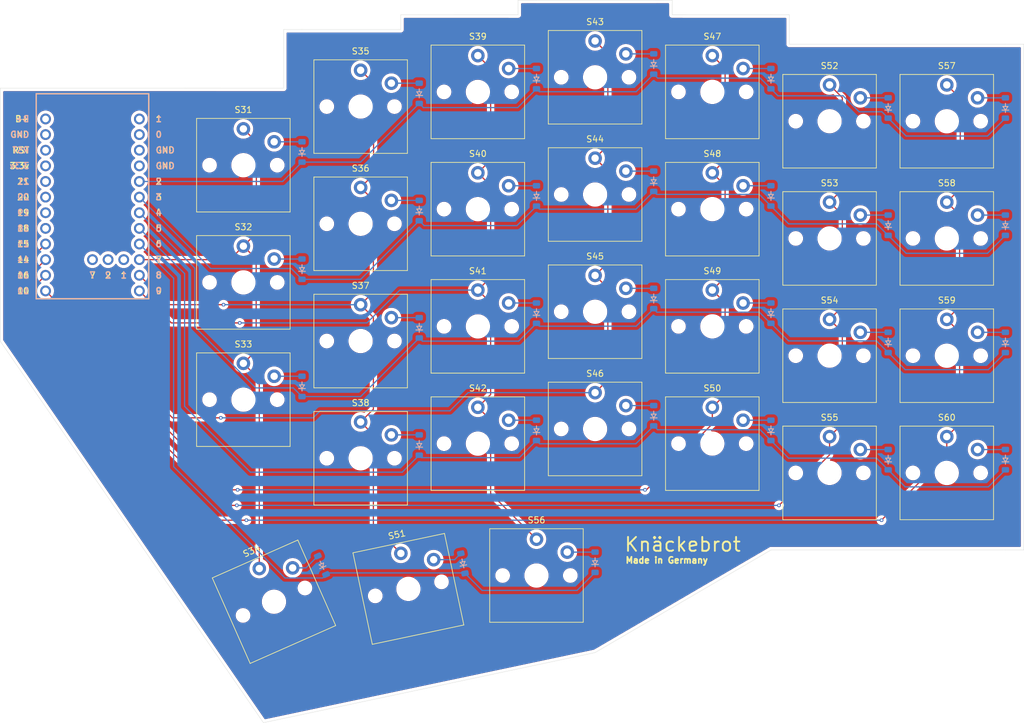
<source format=kicad_pcb>
(kicad_pcb (version 20241229) (generator "pcbnew") (generator_version "9.0")
  (layers (0 "F.Cu" signal) (2 "B.Cu" signal) (13 "F.Paste" user) (15 "B.Paste" user) (5 "F.SilkS" user "F.Silkscreen") (7 "B.SilkS" user "B.Silkscreen") (1 "F.Mask" user) (3 "B.Mask" user) (25 "Edge.Cuts" user))
  (net 0 "")
  (net 1 "column 10")
  (net 2 "column 11")
  (net 3 "column 12")
  (net 4 "column 13")
  (net 5 "column 8")
  (net 6 "column 9")
  (net 7 "row 6")
  (net 8 "row 7")
  (net 9 "row 8")
  (net 10 "row 9")
  (net 11 "column 7")
  (net 12 "Net-(D44-A)")
  (net 13 "Net-(D46-A)")
  (net 14 "Net-(D45-A)")
  (net 15 "Net-(D43-A)")
  (net 16 "Net-(D42-A)")
  (net 17 "Net-(D41-A)")
  (net 18 "Net-(D40-A)")
  (net 19 "Net-(D39-A)")
  (net 20 "Net-(D38-A)")
  (net 21 "Net-(D37-A)")
  (net 22 "Net-(D36-A)")
  (net 23 "Net-(D35-A)")
  (net 24 "Net-(D34-A)")
  (net 25 "Net-(D33-A)")
  (net 26 "Net-(D32-A)")
  (net 27 "Net-(D31-A)")
  (net 28 "row 5")
  (net 29 "Net-(D56-A)")
  (net 30 "Net-(D60-A)")
  (net 31 "Net-(D59-A)")
  (net 32 "Net-(D58-A)")
  (net 33 "Net-(D57-A)")
  (net 34 "Net-(D55-A)")
  (net 35 "Net-(D53-A)")
  (net 36 "Net-(D54-A)")
  (net 37 "Net-(D52-A)")
  (net 38 "Net-(D51-A)")
  (net 39 "Net-(D50-A)")
  (net 40 "Net-(D49-A)")
  (net 41 "Net-(D48-A)")
  (net 42 "Net-(D47-A)")
  (net 58 "GND")
  (footprint "ScottoKeebs_Choc:Choc_V1" (layer "F.Cu") (at 169.625 67.075)
    (property "Reference" "S48")
    (property "Value" "Keyswitch")
  )
  (footprint "ScottoKeebs_Choc:Choc_V1" (layer "F.Cu") (at 169.625 48.025)
    (property "Reference" "S47")
    (property "Value" "Keyswitch")
  )
  (footprint "ScottoKeebs_Choc:Choc_V1" (layer "F.Cu") (at 93.425 59.931)
    (property "Reference" "S31")
    (property "Value" "Keyswitch")
  )
  (footprint "ScottoKeebs_Choc:Choc_V1" (layer "F.Cu") (at 112.475 88.506)
    (property "Reference" "S37")
    (property "Value" "Keyswitch")
  )
  (footprint "ScottoKeebs_Choc:Choc_V1" (layer "F.Cu") (at 188.675 52.788)
    (property "Reference" "S52")
    (property "Value" "Keyswitch")
  )
  (footprint "ScottoKeebs_Choc:Choc_V1" (layer "F.Cu") (at 169.625 105.175)
    (property "Reference" "S50")
    (property "Value" "Keyswitch")
  )
  (footprint "ScottoKeebs_Choc:Choc_V1" (layer "F.Cu") (at 131.525 105.175)
    (property "Reference" "S42")
    (property "Value" "Keyswitch")
  )
  (footprint "ScottoKeebs_Choc:Choc_V1" (layer "F.Cu") (at 150.575 45.644)
    (property "Reference" "S43")
    (property "Value" "Keyswitch")
  )
  (footprint "ScottoKeebs_Choc:Choc_V1" (layer "F.Cu") (at 112.475 107.556)
    (property "Reference" "S38")
    (property "Value" "Keyswitch")
  )
  (footprint "ScottoKeebs_Choc:Choc_V1" (layer "F.Cu") (at 207.725 90.888)
    (property "Reference" "S59")
    (property "Value" "Keyswitch")
  )
  (footprint "ScottoKeebs_Choc:Choc_V1" (layer "F.Cu") (at 131.525 86.125)
    (property "Reference" "S41")
    (property "Value" "Keyswitch")
  )
  (footprint "ScottoKeebs_Choc:Choc_V1" (layer "F.Cu") (at 150.575 102.794)
    (property "Reference" "S46")
    (property "Value" "Keyswitch")
  )
  (footprint "ScottoKeebs_Choc:Choc_V1" (layer "F.Cu") (at 169.625 86.125)
    (property "Reference" "S49")
    (property "Value" "Keyswitch")
  )
  (footprint "ScottoKeebs_Choc:Choc_V1" (layer "F.Cu") (at 131.525 67.075)
    (property "Reference" "S40")
    (property "Value" "Keyswitch")
  )
  (footprint "ScottoKeebs_Choc:Choc_V1" (layer "F.Cu") (at 93.425 98.031)
    (property "Reference" "S33")
    (property "Value" "Keyswitch")
  )
  (footprint "ScottoKeebs_Choc:Choc_V1" (layer "F.Cu") (at 150.575 64.694)
    (property "Reference" "S44")
    (property "Value" "Keyswitch")
  )
  (footprint "ScottoKeebs_Choc:Choc_V1" (layer "F.Cu") (at 150.575 83.744)
    (property "Reference" "S45")
    (property "Value" "Keyswitch")
  )
  (footprint "ScottoKeebs_Choc:Choc_V1" (layer "F.Cu") (at 98.395787 130.869435 23.879)
    (property "Reference" "S34")
    (property "Value" "Keyswitch")
  )
  (footprint "ScottoKeebs_Choc:Choc_V1" (layer "F.Cu") (at 207.725 52.788)
    (property "Reference" "S57")
    (property "Value" "Keyswitch")
  )
  (footprint "ScottoKeebs_Choc:Choc_V1" (layer "F.Cu") (at 112.475 50.406)
    (property "Reference" "S35")
    (property "Value" "Keyswitch")
  )
  (footprint "ScottoKeebs_Choc:Choc_V1" (layer "F.Cu") (at 188.675 109.938)
    (property "Reference" "S55")
    (property "Value" "Keyswitch")
  )
  (footprint "ScottoKeebs_Choc:Choc_V1" (layer "F.Cu") (at 120.236 128.782 11.94)
    (property "Reference" "S51")
    (property "Value" "Keyswitch")
  )
  (footprint "ScottoKeebs_Choc:Choc_V1" (layer "F.Cu") (at 207.725 71.838)
    (property "Reference" "S58")
    (property "Value" "Keyswitch")
  )
  (footprint "ScottoKeebs_Choc:Choc_V1" (layer "F.Cu") (at 141.05 126.606)
    (property "Reference" "S56")
    (property "Value" "Keyswitch")
  )
  (footprint "ScottoKeebs_Choc:Choc_V1" (layer "F.Cu") (at 93.425 78.981)
    (property "Reference" "S32")
    (property "Value" "Keyswitch")
  )
  (footprint "ScottoKeebs_Choc:Choc_V1" (layer "F.Cu") (at 131.525 48.025)
    (property "Reference" "S39")
    (property "Value" "Keyswitch")
  )
  (footprint "ScottoKeebs_Choc:Choc_V1" (layer "F.Cu") (at 207.725 109.938)
    (property "Reference" "S60")
    (property "Value" "Keyswitch")
  )
  (footprint "ScottoKeebs_Choc:Choc_V1" (layer "F.Cu") (at 112.475 69.456)
    (property "Reference" "S36")
    (property "Value" "Keyswitch")
  )
  (footprint "ScottoKeebs_Choc:Choc_V1" (layer "F.Cu") (at 188.675 90.888)
    (property "Reference" "S54")
    (property "Value" "Keyswitch")
  )
  (footprint "ScottoKeebs_Choc:Choc_V1" (layer "F.Cu") (at 188.675 71.838)
    (property "Reference" "S53")
    (property "Value" "Keyswitch")
  )
  (footprint "ScottoKeebs_Components:Diode_SOD-123" (layer "B.Cu") (at 102.95 57.781 90)
    (property "Reference" "D31" (hide yes))
    (property "Value" "Diode")
  )
  (footprint "ScottoKeebs_Components:Diode_SOD-123" (layer "B.Cu") (at 179.151 45.874 90)
    (property "Reference" "D47" (hide yes))
    (property "Value" "Diode")
  )
  (footprint "ScottoKeebs_Components:Diode_SOD-123" (layer "B.Cu") (at 198.199 88.736 90)
    (property "Reference" "D54" (hide yes))
    (property "Value" "Diode")
  )
  (footprint "ScottoKeebs_Components:Diode_SOD-123" (layer "B.Cu") (at 217.247 69.685 90)
    (property "Reference" "D58" (hide yes))
    (property "Value" "Diode")
  )
  (footprint "ScottoKeebs_Components:Diode_SOD-123" (layer "B.Cu") (at 160.1 62.543 90)
    (property "Reference" "D44" (hide yes))
    (property "Value" "Diode")
  )
  (footprint "ScottoKeebs_Components:Diode_SOD-123" (layer "B.Cu") (at 122.001 67.307 90)
    (property "Reference" "D36" (hide yes))
    (property "Value" "Diode")
  )
  (footprint "ScottoKeebs_Components:Diode_SOD-123" (layer "B.Cu") (at 102.951 76.829 90)
    (property "Reference" "D32" (hide yes))
    (property "Value" "Diode")
  )
  (footprint "ScottoKeebs_Components:Diode_SOD-123" (layer "B.Cu") (at 217.251 107.785 90)
    (property "Reference" "D60" (hide yes))
    (property "Value" "Diode")
  )
  (footprint "ScottoKeebs_Components:Diode_SOD-123" (layer "B.Cu") (at 179.148 64.923 90)
    (property "Reference" "D48" (hide yes))
    (property "Value" "Diode")
  )
  (footprint "ScottoKeebs_Components:Diode_SOD-123" (layer "B.Cu") (at 198.201 107.788 90)
    (property "Reference" "D55" (hide yes))
    (property "Value" "Diode")
  )
  (footprint "ScottoKeebs_Components:Diode_SOD-123" (layer "B.Cu") (at 122 48.254 90)
    (property "Reference" "D35" (hide yes))
    (property "Value" "Diode")
  )
  (footprint "ScottoKeebs_Components:Diode_SOD-123" (layer "B.Cu") (at 160.1 100.641 90)
    (property "Reference" "D46" (hide yes))
    (property "Value" "Diode")
  )
  (footprint "ScottoKeebs_Components:Diode_SOD-123" (layer "B.Cu") (at 150.575 124.455 90)
    (property "Reference" "D56" (hide yes))
    (property "Value" "Diode")
  )
  (footprint "ScottoKeebs_Components:Diode_SOD-123" (layer "B.Cu") (at 141.05 45.874 90)
    (property "Reference" "D39" (hide yes))
    (property "Value" "Diode")
  )
  (footprint "ScottoKeebs_Components:Diode_SOD-123" (layer "B.Cu") (at 141.05 83.974 90)
    (property "Reference" "D41" (hide yes))
    (property "Value" "Diode")
  )
  (footprint "ScottoKeebs_Components:Diode_SOD-123" (layer "B.Cu") (at 198.2 69.687 90)
    (property "Reference" "D53" (hide yes))
    (property "Value" "Diode")
  )
  (footprint "ScottoKeebs_Components:Diode_SOD-123" (layer "B.Cu") (at 160.1 81.593 90)
    (property "Reference" "D45" (hide yes))
    (property "Value" "Diode")
  )
  (footprint "ScottoKeebs_Components:Diode_SOD-123" (layer "B.Cu") (at 106.19 124.947 113.88)
    (property "Reference" "D34" (hide yes))
    (property "Value" "Diode")
  )
  (footprint "ScottoKeebs_Components:Diode_SOD-123" (layer "B.Cu") (at 141.05 103.022 90)
    (property "Reference" "D42" (hide yes))
    (property "Value" "Diode")
  )
  (footprint "ScottoKeebs_Components:Diode_SOD-123" (layer "B.Cu") (at 160.1 43.488 90)
    (property "Reference" "D43" (hide yes))
    (property "Value" "Diode")
  )
  (footprint "ScottoKeebs_Components:Diode_SOD-123" (layer "B.Cu") (at 122.001 86.358 90)
    (property "Reference" "D37" (hide yes))
    (property "Value" "Diode")
  )
  (footprint "ScottoKeebs_Components:Diode_SOD-123" (layer "B.Cu") (at 217.25 88.735 90)
    (property "Reference" "D59" (hide yes))
    (property "Value" "Diode")
  )
  (footprint "ScottoKeebs_Components:Diode_SOD-123" (layer "B.Cu") (at 129.096 124.639 101.94)
    (property "Reference" "D51" (hide yes))
    (property "Value" "Diode")
  )
  (footprint "ScottoKeebs_Components:Diode_SOD-123" (layer "B.Cu") (at 122 105.405 90)
    (property "Reference" "D38" (hide yes))
    (property "Value" "Diode")
  )
  (footprint "ScottoKeebs_Components:Diode_SOD-123" (layer "B.Cu") (at 179.15 83.974 90)
    (property "Reference" "D49" (hide yes))
    (property "Value" "Diode")
  )
  (footprint "ScottoKeebs_MCU:Nice_Nano_V2" (layer "B.Cu") (at 68.9 66.111 180)
    (property "Reference" "U2" (hide yes))
    (property "Value" "Nice_Nano_V2" (hide yes))
  )
  (footprint "ScottoKeebs_Components:Diode_SOD-123" (layer "B.Cu") (at 141.05 64.925 90)
    (property "Reference" "D40" (hide yes))
    (property "Value" "Diode")
  )
  (footprint "ScottoKeebs_Components:Diode_SOD-123" (layer "B.Cu") (at 198.2 50.636 90)
    (property "Reference" "D52" (hide yes))
    (property "Value" "Diode")
  )
  (footprint "ScottoKeebs_Components:Diode_SOD-123" (layer "B.Cu") (at 217.25 50.637 90)
    (property "Reference" "D57" (hide yes))
    (property "Value" "Diode")
  )
  (footprint "ScottoKeebs_Components:Diode_SOD-123" (layer "B.Cu") (at 179.15 103.024 90)
    (property "Reference" "D50" (hide yes))
    (property "Value" "Diode")
  )
  (footprint "ScottoKeebs_Components:Diode_SOD-123" (layer "B.Cu") (at 102.95 95.88 90)
    (property "Reference" "D33" (hide yes))
    (property "Value" "Diode")
  )
  (gr_line (start 99.95 47.409) (end 99.951 40.88) (stroke (width 0.05)) (layer "Edge.Cuts"))
  (gr_line (start 83.9 47.405) (end 99.95 47.409) (stroke (width 0.05)) (layer "Edge.Cuts"))
  (gr_line (start 217.251 122.461) (end 179.15 122.461) (stroke (width 0.05)) (layer "Edge.Cuts"))
  (gr_line (start 118.999 35.499) (end 122 35.499) (stroke (width 0.05)) (layer "Edge.Cuts"))
  (gr_line (start 217.211 40.262) (end 182.15 40.262) (stroke (width 0.05)) (layer "Edge.Cuts"))
  (gr_line (start 160.101 33.118) (end 163.101 33.115) (stroke (width 0.05)) (layer "Edge.Cuts"))
  (gr_line (start 118.999 37.883) (end 118.999 35.499) (stroke (width 0.05)) (layer "Edge.Cuts"))
  (gr_line (start 102.95 37.88) (end 118.999 37.883) (stroke (width 0.05)) (layer "Edge.Cuts"))
  (gr_line (start 53.9 88.506) (end 96.68 150.524) (stroke (width 0.05)) (layer "Edge.Cuts"))
  (gr_line (start 220.25 43.263) (end 220.25 40.262) (stroke (width 0.05)) (layer "Edge.Cuts"))
  (gr_line (start 138.053 33.118) (end 141.05 33.117) (stroke (width 0.05)) (layer "Edge.Cuts"))
  (gr_line (start 220.251 119.461) (end 220.251 122.461) (stroke (width 0.05)) (layer "Edge.Cuts"))
  (gr_line (start 220.251 122.461) (end 217.251 122.461) (stroke (width 0.05)) (layer "Edge.Cuts"))
  (gr_line (start 99.95 37.879) (end 102.95 37.88) (stroke (width 0.05)) (layer "Edge.Cuts"))
  (gr_line (start 163.101 35.495) (end 163.101 33.115) (stroke (width 0.05)) (layer "Edge.Cuts"))
  (gr_line (start 122 35.499) (end 138.051 35.501) (stroke (width 0.05)) (layer "Edge.Cuts"))
  (gr_line (start 220.25 43.263) (end 220.251 119.461) (stroke (width 0.05)) (layer "Edge.Cuts"))
  (gr_line (start 179.15 122.461) (end 150.575 139.13) (stroke (width 0.05)) (layer "Edge.Cuts"))
  (gr_line (start 53.9 88.506) (end 53.9 47.405) (stroke (width 0.05)) (layer "Edge.Cuts"))
  (gr_line (start 179.151 35.499) (end 182.15 35.499747) (stroke (width 0.05)) (layer "Edge.Cuts"))
  (gr_line (start 138.051 35.501) (end 138.053 33.118) (stroke (width 0.05)) (layer "Edge.Cuts"))
  (gr_line (start 150.575 139.13) (end 96.68 150.524) (stroke (width 0.05)) (layer "Edge.Cuts"))
  (gr_line (start 182.15 40.262) (end 182.15 35.499747) (stroke (width 0.05)) (layer "Edge.Cuts"))
  (gr_line (start 53.9 47.405) (end 83.9 47.404) (stroke (width 0.05)) (layer "Edge.Cuts"))
  (gr_line (start 99.951 40.88) (end 99.951 37.879) (stroke (width 0.05)) (layer "Edge.Cuts"))
  (gr_line (start 160.101 33.118) (end 141.05 33.121) (stroke (width 0.05)) (layer "Edge.Cuts"))
  (gr_line (start 220.25 40.262) (end 217.211 40.262) (stroke (width 0.05)) (layer "Edge.Cuts"))
  (gr_line (start 179.151 35.499) (end 163.101 35.495) (stroke (width 0.05)) (layer "Edge.Cuts"))
  (gr_text "Knäckebrot" (at 155.19 122.89 0) (layer "F.SilkS") (effects (font (size 2.262 2.262) (thickness 0.3) (bold yes)) (justify left bottom)))
  (gr_text "Made in Germany" (at 155.4 124.72 0) (layer "F.SilkS") (effects (font (size 1.016 1.016) (thickness 0.254) (bold yes)) (justify left bottom)))
  (segment (start 152.651 79.92) (end 150.575 77.844) (width 0.2) (layer "F.Cu") (net 1))
  (segment (start 81.9 100.981) (end 61.28 80.361) (width 0.2) (layer "F.Cu") (net 1))
  (segment (start 150.575 39.744) (end 152.651 41.82) (width 0.2) (layer "F.Cu") (net 1))
  (segment (start 150.575 96.894) (end 152.651 94.818) (width 0.2) (layer "F.Cu") (net 1))
  (segment (start 152.651 56.718) (end 150.575 58.794) (width 0.2) (layer "F.Cu") (net 1))
  (segment (start 152.651 41.82) (end 152.651 56.718) (width 0.2) (layer "F.Cu") (net 1))
  (segment (start 152.651 75.768) (end 150.575 77.844) (width 0.2) (layer "F.Cu") (net 1))
  (segment (start 152.651 60.87) (end 152.651 75.768) (width 0.2) (layer "F.Cu") (net 1))
  (segment (start 152.651 94.818) (end 152.651 79.92) (width 0.2) (layer "F.Cu") (net 1))
  (segment (start 150.575 58.794) (end 152.651 60.87) (width 0.2) (layer "F.Cu") (net 1))
  (segment (start 89.756 100.981) (end 81.9 100.981) (width 0.2) (layer "F.Cu") (net 1))
  (via (at 89.756 100.981) (size 0.6) (drill 0.3) (layers "F.Cu" "B.Cu") (net 1))
  (segment (start 129.934 96.894) (end 150.575 96.894) (width 0.2) (layer "B.Cu") (net 1))
  (segment (start 104.764 100.981) (end 105.897 99.848) (width 0.2) (layer "B.Cu") (net 1))
  (segment (start 105.897 99.848) (end 126.98 99.848) (width 0.2) (layer "B.Cu") (net 1))
  (segment (start 89.756 100.981) (end 104.764 100.981) (width 0.2) (layer "B.Cu") (net 1))
  (segment (start 126.98 99.848) (end 129.934 96.894) (width 0.2) (layer "B.Cu") (net 1))
  (segment (start 169.625 101.976) (end 169.625 99.275) (width 0.2) (layer "F.Cu") (net 2))
  (segment (start 59.187 79.914) (end 59.187 81.013) (width 0.2) (layer "F.Cu") (net 2))
  (segment (start 171.701 59.099) (end 169.625 61.175) (width 0.2) (layer "F.Cu") (net 2))
  (segment (start 171.701 97.199) (end 169.625 99.275) (width 0.2) (layer "F.Cu") (net 2))
  (segment (start 158.921 112.68) (end 169.625 101.976) (width 0.2) (layer "F.Cu") (net 2))
  (segment (start 59.187 81.013) (end 90.854 112.68) (width 0.2) (layer "F.Cu") (net 2))
  (segment (start 169.625 42.125) (end 171.701 44.201) (width 0.2) (layer "F.Cu") (net 2))
  (segment (start 169.625 80.225) (end 171.701 82.301) (width 0.2) (layer "F.Cu") (net 2))
  (segment (start 61.28 77.821) (end 59.187 79.914) (width 0.2) (layer "F.Cu") (net 2))
  (segment (start 171.701 63.251) (end 171.701 78.149) (width 0.2) (layer "F.Cu") (net 2))
  (segment (start 171.701 78.149) (end 169.625 80.225) (width 0.2) (layer "F.Cu") (net 2))
  (segment (start 169.625 61.175) (end 171.701 63.251) (width 0.2) (layer "F.Cu") (net 2))
  (segment (start 171.701 44.201) (end 171.701 59.099) (width 0.2) (layer "F.Cu") (net 2))
  (segment (start 158.689 112.68) (end 158.921 112.68) (width 0.2) (layer "F.Cu") (net 2))
  (segment (start 90.854 112.68) (end 92.488 112.68) (width 0.2) (layer "F.Cu") (net 2))
  (segment (start 171.701 82.301) (end 171.701 97.199) (width 0.2) (layer "F.Cu") (net 2))
  (via (at 92.488 112.68) (size 0.6) (drill 0.3) (layers "F.Cu" "B.Cu") (net 2))
  (via (at 158.689 112.68) (size 0.6) (drill 0.3) (layers "F.Cu" "B.Cu") (net 2))
  (segment (start 158.689 112.68) (end 92.488 112.68) (width 0.2) (layer "B.Cu") (net 2))
  (segment (start 190.751 63.862) (end 188.675 65.938) (width 0.2) (layer "F.Cu") (net 3))
  (segment (start 190.751 82.912) (end 188.675 84.988) (width 0.2) (layer "F.Cu") (net 3))
  (segment (start 57.926 78.635) (end 57.926 82.702) (width 0.2) (layer "F.Cu") (net 3))
  (segment (start 188.675 46.888) (end 190.751 48.964) (width 0.2) (layer "F.Cu") (net 3))
  (segment (start 190.751 87.064) (end 190.751 101.962) (width 0.2) (layer "F.Cu") (net 3))
  (segment (start 190.751 48.964) (end 190.751 63.862) (width 0.2) (layer "F.Cu") (net 3))
  (segment (start 188.675 84.988) (end 190.751 87.064) (width 0.2) (layer "F.Cu") (net 3))
  (segment (start 57.926 82.702) (end 90.435 115.211) (width 0.2) (layer "F.Cu") (net 3))
  (segment (start 61.28 75.281) (end 57.926 78.635) (width 0.2) (layer "F.Cu") (net 3))
  (segment (start 180.453 115.211) (end 180.462 115.211) (width 0.2) (layer "F.Cu") (net 3))
  (segment (start 188.675 106.998) (end 188.675 104.038) (width 0.2) (layer "F.Cu") (net 3))
  (segment (start 180.462 115.211) (end 188.675 106.998) (width 0.2) (layer "F.Cu") (net 3))
  (segment (start 190.751 101.962) (end 188.675 104.038) (width 0.2) (layer "F.Cu") (net 3))
  (segment (start 188.675 65.938) (end 190.751 68.014) (width 0.2) (layer "F.Cu") (net 3))
  (segment (start 90.435 115.211) (end 92.355 115.211) (width 0.2) (layer "F.Cu") (net 3))
  (segment (start 190.751 68.014) (end 190.751 82.912) (width 0.2) (layer "F.Cu") (net 3))
  (via (at 180.453 115.211) (size 0.6) (drill 0.3) (layers "F.Cu" "B.Cu") (net 3))
  (via (at 92.355 115.211) (size 0.6) (drill 0.3) (layers "F.Cu" "B.Cu") (net 3))
  (segment (start 180.453 115.211) (end 92.355 115.211) (width 0.2) (layer "B.Cu") (net 3))
  (segment (start 209.801 101.962) (end 207.725 104.038) (width 0.2) (layer "F.Cu") (net 4))
  (segment (start 209.801 82.912) (end 207.725 84.988) (width 0.2) (layer "F.Cu") (net 4))
  (segment (start 55.7 85.502) (end 87.818 117.62) (width 0.2) (layer "F.Cu") (net 4))
  (segment (start 55.7 78.321) (end 55.7 85.502) (width 0.2) (layer "F.Cu") (net 4))
  (segment (start 197.123 117.604093) (end 207.725 107.002093) (width 0.2) (layer "F.Cu") (net 4))
  (segment (start 209.801 87.064) (end 209.801 101.962) (width 0.2) (layer "F.Cu") (net 4))
  (segment (start 197.123 117.62) (end 197.123 117.604093) (width 0.2) (layer "F.Cu") (net 4))
  (segment (start 207.725 107.002093) (end 207.725 104.038) (width 0.2) (layer "F.Cu") (net 4))
  (segment (start 207.725 46.888) (end 209.914 49.077) (width 0.2) (layer "F.Cu") (net 4))
  (segment (start 209.914 49.077) (end 209.914 63.749) (width 0.2) (layer "F.Cu") (net 4))
  (segment (start 209.801 68.014) (end 209.801 82.912) (width 0.2) (layer "F.Cu") (net 4))
  (segment (start 87.818 117.62) (end 93.913 117.62) (width 0.2) (layer "F.Cu") (net 4))
  (segment (start 207.725 65.938) (end 209.801 68.014) (width 0.2) (layer "F.Cu") (net 4))
  (segment (start 61.28 72.741) (end 55.7 78.321) (width 0.2) (layer "F.Cu") (net 4))
  (segment (start 207.725 84.988) (end 209.801 87.064) (width 0.2) (layer "F.Cu") (net 4))
  (segment (start 209.914 63.749) (end 207.725 65.938) (width 0.2) (layer "F.Cu") (net 4))
  (via (at 197.123 117.62) (size 0.6) (drill 0.3) (layers "F.Cu" "B.Cu") (net 4))
  (via (at 93.913 117.62) (size 0.6) (drill 0.3) (layers "F.Cu" "B.Cu") (net 4))
  (segment (start 197.123 117.62) (end 93.913 117.62) (width 0.2) (layer "B.Cu") (net 4))
  (segment (start 114.551 65.632) (end 114.551 80.53) (width 0.2) (layer "F.Cu") (net 5))
  (segment (start 114.551 103.732) (end 114.551 118.545283) (width 0.2) (layer "F.Cu") (net 5))
  (segment (start 90.192 82.602) (end 81.301 82.602) (width 0.2) (layer "F.Cu") (net 5))
  (segment (start 81.301 82.602) (end 76.52 77.821) (width 0.2) (layer "F.Cu") (net 5))
  (segment (start 112.475 44.506) (end 114.576 46.607) (width 0.2) (layer "F.Cu") (net 5))
  (segment (start 112.475 82.606) (end 114.551 84.682) (width 0.2) (layer "F.Cu") (net 5))
  (segment (start 114.576 61.455) (end 112.475 63.556) (width 0.2) (layer "F.Cu") (net 5))
  (segment (start 114.551 118.545283) (end 119.015365 123.009648) (width 0.2) (layer "F.Cu") (net 5))
  (segment (start 114.551 84.682) (end 114.551 99.58) (width 0.2) (layer "F.Cu") (net 5))
  (segment (start 112.475 63.556) (end 114.551 65.632) (width 0.2) (layer "F.Cu") (net 5))
  (segment (start 112.475 101.656) (end 114.551 103.732) (width 0.2) (layer "F.Cu") (net 5))
  (segment (start 114.551 80.53) (end 112.475 82.606) (width 0.2) (layer "F.Cu") (net 5))
  (segment (start 114.576 46.607) (end 114.576 61.455) (width 0.2) (layer "F.Cu") (net 5))
  (segment (start 114.551 99.58) (end 112.475 101.656) (width 0.2) (layer "F.Cu") (net 5))
  (via (at 90.192 82.602) (size 0.6) (drill 0.3) (layers "F.Cu" "B.Cu") (net 5))
  (segment (start 97.119 82.602) (end 97.123 82.606) (width 0.2) (layer "B.Cu") (net 5))
  (segment (start 90.192 82.602) (end 97.119 82.602) (width 0.2) (layer "B.Cu") (net 5))
  (segment (start 97.123 82.606) (end 112.475 82.606) (width 0.2) (layer "B.Cu") (net 5))
  (segment (start 133.601 101.351) (end 133.601 113.257) (width 0.2) (layer "F.Cu") (net 6))
  (segment (start 133.601 63.251) (end 133.601 78.149) (width 0.2) (layer "F.Cu") (net 6))
  (segment (start 76.52 80.361) (end 81.722 85.563) (width 0.2) (layer "F.Cu") (net 6))
  (segment (start 131.525 99.275) (end 133.601 101.351) (width 0.2) (layer "F.Cu") (net 6))
  (segment (start 133.601 44.201) (end 133.601 59.099) (width 0.2) (layer "F.Cu") (net 6))
  (segment (start 131.525 61.175) (end 133.601 63.251) (width 0.2) (layer "F.Cu") (net 6))
  (segment (start 133.601 59.099) (end 131.525 61.175) (width 0.2) (layer "F.Cu") (net 6))
  (segment (start 81.722 85.563) (end 92.832 85.563) (width 0.2) (layer "F.Cu") (net 6))
  (segment (start 133.601 113.257) (end 141.05 120.706) (width 0.2) (layer "F.Cu") (net 6))
  (segment (start 131.525 42.125) (end 133.601 44.201) (width 0.2) (layer "F.Cu") (net 6))
  (segment (start 133.601 78.149) (end 131.525 80.225) (width 0.2) (layer "F.Cu") (net 6))
  (segment (start 133.601 82.301) (end 133.601 97.199) (width 0.2) (layer "F.Cu") (net 6))
  (segment (start 131.525 80.225) (end 133.601 82.301) (width 0.2) (layer "F.Cu") (net 6))
  (segment (start 133.601 97.199) (end 131.525 99.275) (width 0.2) (layer "F.Cu") (net 6))
  (via (at 92.832 85.563) (size 0.6) (drill 0.3) (layers "F.Cu" "B.Cu") (net 6))
  (segment (start 113.498 85.563) (end 118.836 80.225) (width 0.2) (layer "B.Cu") (net 6))
  (segment (start 118.836 80.225) (end 131.525 80.225) (width 0.2) (layer "B.Cu") (net 6))
  (segment (start 92.832 85.563) (end 113.498 85.563) (width 0.2) (layer "B.Cu") (net 6))
  (segment (start 198.2 71.337) (end 201.114 74.251) (width 0.2) (layer "B.Cu") (net 7))
  (segment (start 112.479 78.479) (end 122.001 68.957) (width 0.2) (layer "B.Cu") (net 7))
  (segment (start 157.219 67.074) (end 160.1 64.193) (width 0.2) (layer "B.Cu") (net 7))
  (segment (start 141.05 66.575) (end 141.549 67.074) (width 0.2) (layer "B.Cu") (net 7))
  (segment (start 160.583 64.676) (end 177.251 64.676) (width 0.2) (layer "B.Cu") (net 7))
  (segment (start 182.025 69.471) (end 196.312 69.471) (width 0.2) (layer "B.Cu") (net 7))
  (segment (start 122.791 69.747) (end 137.878 69.747) (width 0.2) (layer "B.Cu") (net 7))
  (segment (start 196.312 69.471) (end 198.209 71.368) (width 0.2) (layer "B.Cu") (net 7))
  (segment (start 101.194 76.722) (end 88.121 76.722) (width 0.2) (layer "B.Cu") (net 7))
  (segment (start 102.951 78.479) (end 101.194 76.722) (width 0.2) (layer "B.Cu") (net 7))
  (segment (start 141.549 67.074) (end 157.219 67.074) (width 0.2) (layer "B.Cu") (net 7))
  (segment (start 160.1 64.193) (end 160.583 64.676) (width 0.2) (layer "B.Cu") (net 7))
  (segment (start 88.121 76.722) (end 76.52 65.121) (width 0.2) (layer "B.Cu") (net 7))
  (segment (start 122.001 68.957) (end 122.791 69.747) (width 0.2) (layer "B.Cu") (net 7))
  (segment (start 177.251 64.676) (end 179.148 66.573) (width 0.2) (layer "B.Cu") (net 7))
  (segment (start 102.951 78.479) (end 112.479 78.479) (width 0.2) (layer "B.Cu") (net 7))
  (segment (start 201.114 74.251) (end 214.331 74.251) (width 0.2) (layer "B.Cu") (net 7))
  (segment (start 214.331 74.251) (end 217.247 71.335) (width 0.2) (layer "B.Cu") (net 7))
  (segment (start 137.878 69.747) (end 141.05 66.575) (width 0.2) (layer "B.Cu") (net 7))
  (segment (start 179.16 66.606) (end 182.025 69.471) (width 0.2) (layer "B.Cu") (net 7))
  (segment (start 122.513 88.52) (end 138.154 88.52) (width 0.2) (layer "B.Cu") (net 8))
  (segment (start 141.519 86.093) (end 157.25 86.093) (width 0.2) (layer "B.Cu") (net 8))
  (segment (start 122.001 88.008) (end 122.513 88.52) (width 0.2) (layer "B.Cu") (net 8))
  (segment (start 196.302 88.489) (end 198.199 90.386) (width 0.2) (layer "B.Cu") (net 8))
  (segment (start 160.604 83.817) (end 177.272 83.817) (width 0.2) (layer "B.Cu") (net 8))
  (segment (start 85.539 76.68) (end 76.52 67.661) (width 0.2) (layer "B.Cu") (net 8))
  (segment (start 112.479 97.53) (end 122.001 88.008) (width 0.2) (layer "B.Cu") (net 8))
  (segment (start 85.539 86.226314) (end 85.539 76.68) (width 0.2) (layer "B.Cu") (net 8))
  (segment (start 179.15 85.624) (end 182.015 88.489) (width 0.2) (layer "B.Cu") (net 8))
  (segment (start 200.97 93.157) (end 214.478 93.157) (width 0.2) (layer "B.Cu") (net 8))
  (segment (start 177.272 83.817) (end 179.169 85.714) (width 0.2) (layer "B.Cu") (net 8))
  (segment (start 138.154 88.52) (end 141.05 85.624) (width 0.2) (layer "B.Cu") (net 8))
  (segment (start 102.95 97.53) (end 101.547 96.127) (width 0.2) (layer "B.Cu") (net 8))
  (segment (start 141.05 85.624) (end 141.519 86.093) (width 0.2) (layer "B.Cu") (net 8))
  (segment (start 198.199 90.386) (end 200.97 93.157) (width 0.2) (layer "B.Cu") (net 8))
  (segment (start 101.547 96.127) (end 95.439686 96.127) (width 0.2) (layer "B.Cu") (net 8))
  (segment (start 214.478 93.157) (end 217.25 90.385) (width 0.2) (layer "B.Cu") (net 8))
  (segment (start 95.439686 96.127) (end 85.539 86.226314) (width 0.2) (layer "B.Cu") (net 8))
  (segment (start 102.95 97.53) (end 112.479 97.53) (width 0.2) (layer "B.Cu") (net 8))
  (segment (start 182.015 88.489) (end 196.302 88.489) (width 0.2) (layer "B.Cu") (net 8))
  (segment (start 157.25 86.093) (end 160.1 83.243) (width 0.2) (layer "B.Cu") (net 8))
  (segment (start 160.121 83.334) (end 160.604 83.817) (width 0.2) (layer "B.Cu") (net 8))
  (segment (start 200.969 112.206) (end 214.48 112.206) (width 0.2) (layer "B.Cu") (net 9))
  (segment (start 157.193 105.198) (end 160.1 102.291) (width 0.2) (layer "B.Cu") (net 9))
  (segment (start 160.1 102.291) (end 160.725 102.916) (width 0.2) (layer "B.Cu") (net 9))
  (segment (start 83.871 99.122) (end 83.871 77.552) (width 0.2) (layer "B.Cu") (net 9))
  (segment (start 182.015 107.539) (end 196.302 107.539) (width 0.2) (layer "B.Cu") (net 9))
  (segment (start 141.576 105.198) (end 157.193 105.198) (width 0.2) (layer "B.Cu") (net 9))
  (segment (start 122 107.055) (end 119.239 109.816) (width 0.2) (layer "B.Cu") (net 9))
  (segment (start 122.4 107.455) (end 138.267 107.455) (width 0.2) (layer "B.Cu") (net 9))
  (segment (start 198.201 109.438) (end 200.969 112.206) (width 0.2) (layer "B.Cu") (net 9))
  (segment (start 196.302 107.539) (end 198.201 109.438) (width 0.2) (layer "B.Cu") (net 9))
  (segment (start 83.871 77.552) (end 76.52 70.201) (width 0.2) (layer "B.Cu") (net 9))
  (segment (start 177.392 102.916) (end 179.15 104.674) (width 0.2) (layer "B.Cu") (net 9))
  (segment (start 141.05 104.672) (end 141.576 105.198) (width 0.2) (layer "B.Cu") (net 9))
  (segment (start 179.15 104.674) (end 182.015 107.539) (width 0.2) (layer "B.Cu") (net 9))
  (segment (start 119.239 109.816) (end 94.565 109.816) (width 0.2) (layer "B.Cu") (net 9))
  (segment (start 214.48 112.206) (end 217.251 109.435) (width 0.2) (layer "B.Cu") (net 9))
  (segment (start 94.565 109.816) (end 83.871 99.122) (width 0.2) (layer "B.Cu") (net 9))
  (segment (start 160.725 102.916) (end 177.392 102.916) (width 0.2) (layer "B.Cu") (net 9))
  (segment (start 122 107.055) (end 122.4 107.455) (width 0.2) (layer "B.Cu") (net 9))
  (segment (start 138.267 107.455) (end 141.05 104.672) (width 0.2) (layer "B.Cu") (net 9))
  (segment (start 132.213062 129.029) (end 129.437364 126.253302) (width 0.2) (layer "B.Cu") (net 10))
  (segment (start 106.305709 127.008) (end 100.172 127.008) (width 0.2) (layer "B.Cu") (net 10))
  (segment (start 82.084 78.305) (end 76.52 72.741) (width 0.2) (layer "B.Cu") (net 10))
  (segment (start 82.084 108.92) (end 82.084 78.305) (width 0.2) (layer "B.Cu") (net 10))
  (segment (start 129.371062 126.187) (end 107.126709 126.187) (width 0.2) (layer "B.Cu") (net 10))
  (segment (start 147.651 129.029) (end 132.213062 129.029) (width 0.2) (layer "B.Cu") (net 10))
  (segment (start 100.172 127.008) (end 82.084 108.92) (width 0.2) (layer "B.Cu") (net 10))
  (segment (start 150.575 126.105) (end 147.651 129.029) (width 0.2) (layer "B.Cu") (net 10))
  (segment (start 129.437364 126.253302) (end 129.371062 126.187) (width 0.2) (layer "B.Cu") (net 10))
  (segment (start 107.126709 126.187) (end 106.857957 126.455752) (width 0.2) (layer "B.Cu") (net 10))
  (segment (start 106.857957 126.455752) (end 106.305709 127.008) (width 0.2) (layer "B.Cu") (net 10))
  (segment (start 95.531 70.975) (end 93.425 73.081) (width 0.2) (layer "F.Cu") (net 11))
  (segment (start 96.007429 94.713429) (end 96.007429 125.474461) (width 0.2) (layer "F.Cu") (net 11))
  (segment (start 93.425 73.081) (end 91.225 75.281) (width 0.2) (layer "F.Cu") (net 11))
  (segment (start 91.225 75.281) (end 76.52 75.281) (width 0.2) (layer "F.Cu") (net 11))
  (segment (start 95.501 90.055) (end 93.425 92.131) (width 0.2) (layer "F.Cu") (net 11))
  (segment (start 95.531 56.137) (end 95.531 70.975) (width 0.2) (layer "F.Cu") (net 11))
  (segment (start 95.501 75.157) (end 95.501 90.055) (width 0.2) (layer "F.Cu") (net 11))
  (segment (start 93.425 73.081) (end 95.501 75.157) (width 0.2) (layer "F.Cu") (net 11))
  (segment (start 93.425 54.031) (end 95.531 56.137) (width 0.2) (layer "F.Cu") (net 11))
  (segment (start 93.425 92.131) (end 96.007429 94.713429) (width 0.2) (layer "F.Cu") (net 11))
  (segment (start 155.575 60.894) (end 160.099 60.894) (width 0.2) (layer "B.Cu") (net 12))
  (segment (start 160.099 60.894) (end 160.1 60.893) (width 0.2) (layer "B.Cu") (net 12))
  (segment (start 155.575 98.994) (end 160.097 98.994) (width 0.2) (layer "B.Cu") (net 13))
  (segment (start 160.097 98.994) (end 160.1 98.991) (width 0.2) (layer "B.Cu") (net 13))
  (segment (start 160.099 79.944) (end 160.1 79.943) (width 0.2) (layer "B.Cu") (net 14))
  (segment (start 155.575 79.944) (end 160.099 79.944) (width 0.2) (layer "B.Cu") (net 14))
  (segment (start 160.094 41.844) (end 160.1 41.838) (width 0.2) (layer "B.Cu") (net 15))
  (segment (start 155.575 41.844) (end 160.094 41.844) (width 0.2) (layer "B.Cu") (net 15))
  (segment (start 136.525 101.375) (end 141.047 101.375) (width 0.2) (layer "B.Cu") (net 16))
  (segment (start 141.047 101.375) (end 141.05 101.372) (width 0.2) (layer "B.Cu") (net 16))
  (segment (start 136.525 82.325) (end 141.049 82.325) (width 0.2) (layer "B.Cu") (net 17))
  (segment (start 141.049 82.325) (end 141.05 82.324) (width 0.2) (layer "B.Cu") (net 17))
  (segment (start 136.525 63.275) (end 141.05 63.275) (width 0.2) (layer "B.Cu") (net 18))
  (segment (start 141.05 44.224) (end 136.526 44.224) (width 0.2) (layer "B.Cu") (net 19))
  (segment (start 136.526 44.224) (end 136.525 44.225) (width 0.2) (layer "B.Cu") (net 19))
  (segment (start 121.999 103.756) (end 122 103.755) (width 0.2) (layer "B.Cu") (net 20))
  (segment (start 117.475 103.756) (end 121.999 103.756) (width 0.2) (layer "B.Cu") (net 20))
  (segment (start 117.475 84.706) (end 121.999 84.706) (width 0.2) (layer "B.Cu") (net 21))
  (segment (start 121.999 84.706) (end 122.001 84.708) (width 0.2) (layer "B.Cu") (net 21))
  (segment (start 117.475 65.656) (end 122 65.656) (width 0.2) (layer "B.Cu") (net 22))
  (segment (start 122 65.656) (end 122.001 65.657) (width 0.2) (layer "B.Cu") (net 22))
  (segment (start 121.998 46.606) (end 122 46.604) (width 0.2) (layer "B.Cu") (net 23))
  (segment (start 117.475 46.606) (end 121.998 46.606) (width 0.2) (layer "B.Cu") (net 23))
  (segment (start 101.429534 125.370673) (end 103.589618 125.370673) (width 0.2) (layer "B.Cu") (net 24))
  (segment (start 103.589618 125.370673) (end 105.522043 123.438248) (width 0.2) (layer "B.Cu") (net 24))
  (segment (start 98.425 94.231) (end 102.949 94.231) (width 0.2) (layer "B.Cu") (net 25))
  (segment (start 102.949 94.231) (end 102.95 94.23) (width 0.2) (layer "B.Cu") (net 25))
  (segment (start 98.425 75.181) (end 102.949 75.181) (width 0.2) (layer "B.Cu") (net 26))
  (segment (start 102.949 75.181) (end 102.951 75.179) (width 0.2) (layer "B.Cu") (net 26))
  (segment (start 98.425 56.131) (end 102.95 56.131) (width 0.2) (layer "B.Cu") (net 27))
  (segment (start 160.747 45.785) (end 177.412 45.785) (width 0.2) (layer "B.Cu") (net 28))
  (segment (start 138.001 50.573) (end 141.05 47.524) (width 0.2) (layer "B.Cu") (net 28))
  (segment (start 201.105 55.191) (end 214.346 55.191) (width 0.2) (layer "B.Cu") (net 28))
  (segment (start 99.8 62.581) (end 76.52 62.581) (width 0.2) (layer "B.Cu") (net 28))
  (segment (start 214.346 55.191) (end 217.25 52.287) (width 0.2) (layer "B.Cu") (net 28))
  (segment (start 157.243 47.995) (end 160.1 45.138) (width 0.2) (layer "B.Cu") (net 28))
  (segment (start 122.669 50.573) (end 138.001 50.573) (width 0.2) (layer "B.Cu") (net 28))
  (segment (start 122 49.904) (end 122.669 50.573) (width 0.2) (layer "B.Cu") (net 28))
  (segment (start 102.95 59.431) (end 99.8 62.581) (width 0.2) (layer "B.Cu") (net 28))
  (segment (start 197.167 51.253) (end 198.2 52.286) (width 0.2) (layer "B.Cu") (net 28))
  (segment (start 179.151 47.524) (end 180.283 48.656) (width 0.2) (layer "B.Cu") (net 28))
  (segment (start 190.868 48.656) (end 193.465 51.253) (width 0.2) (layer "B.Cu") (net 28))
  (segment (start 198.2 52.286) (end 201.105 55.191) (width 0.2) (layer "B.Cu") (net 28))
  (segment (start 177.412 45.785) (end 179.151 47.524) (width 0.2) (layer "B.Cu") (net 28))
  (segment (start 193.465 51.253) (end 197.167 51.253) (width 0.2) (layer "B.Cu") (net 28))
  (segment (start 102.95 59.431) (end 112.473 59.431) (width 0.2) (layer "B.Cu") (net 28))
  (segment (start 141.05 47.524) (end 141.521 47.995) (width 0.2) (layer "B.Cu") (net 28))
  (segment (start 141.521 47.995) (end 157.243 47.995) (width 0.2) (layer "B.Cu") (net 28))
  (segment (start 180.283 48.656) (end 190.868 48.656) (width 0.2) (layer "B.Cu") (net 28))
  (segment (start 112.473 59.431) (end 122 49.904) (width 0.2) (layer "B.Cu") (net 28))
  (segment (start 160.1 45.138) (end 160.747 45.785) (width 0.2) (layer "B.Cu") (net 28))
  (segment (start 146.05 122.806) (end 150.574 122.806) (width 0.2) (layer "B.Cu") (net 29))
  (segment (start 150.574 122.806) (end 150.575 122.805) (width 0.2) (layer "B.Cu") (net 29))
  (segment (start 212.725 106.138) (end 217.248 106.138) (width 0.2) (layer "B.Cu") (net 30))
  (segment (start 217.248 106.138) (end 217.251 106.135) (width 0.2) (layer "B.Cu") (net 30))
  (segment (start 217.247 87.088) (end 217.25 87.085) (width 0.2) (layer "B.Cu") (net 31))
  (segment (start 212.725 87.088) (end 217.247 87.088) (width 0.2) (layer "B.Cu") (net 31))
  (segment (start 217.244 68.038) (end 217.247 68.035) (width 0.2) (layer "B.Cu") (net 32))
  (segment (start 212.725 68.038) (end 217.244 68.038) (width 0.2) (layer "B.Cu") (net 32))
  (segment (start 217.249 48.988) (end 217.25 48.987) (width 0.2) (layer "B.Cu") (net 33))
  (segment (start 212.725 48.988) (end 217.249 48.988) (width 0.2) (layer "B.Cu") (net 33))
  (segment (start 193.675 106.138) (end 198.201 106.138) (width 0.2) (layer "B.Cu") (net 34))
  (segment (start 193.675 68.038) (end 198.199 68.038) (width 0.2) (layer "B.Cu") (net 35))
  (segment (start 198.199 68.038) (end 198.2 68.037) (width 0.2) (layer "B.Cu") (net 35))
  (segment (start 193.675 87.088) (end 198.197 87.088) (width 0.2) (layer "B.Cu") (net 36))
  (segment (start 198.197 87.088) (end 198.199 87.086) (width 0.2) (layer "B.Cu") (net 36))
  (segment (start 193.675 48.988) (end 198.198 48.988) (width 0.2) (layer "B.Cu") (net 37))
  (segment (start 198.198 48.988) (end 198.2 48.986) (width 0.2) (layer "B.Cu") (net 37))
  (segment (start 127.749557 124.029777) (end 128.754636 123.024698) (width 0.2) (layer "B.Cu") (net 38))
  (segment (start 124.341652 124.029777) (end 127.749557 124.029777) (width 0.2) (layer "B.Cu") (net 38))
  (segment (start 179.149 101.375) (end 179.15 101.374) (width 0.2) (layer "B.Cu") (net 39))
  (segment (start 174.625 101.375) (end 179.149 101.375) (width 0.2) (layer "B.Cu") (net 39))
  (segment (start 174.625 82.325) (end 179.149 82.325) (width 0.2) (layer "B.Cu") (net 40))
  (segment (start 179.149 82.325) (end 179.15 82.324) (width 0.2) (layer "B.Cu") (net 40))
  (segment (start 174.625 63.275) (end 179.146 63.275) (width 0.2) (layer "B.Cu") (net 41))
  (segment (start 179.146 63.275) (end 179.148 63.273) (width 0.2) (layer "B.Cu") (net 41))
  (segment (start 174.625 44.225) (end 179.15 44.225) (width 0.2) (layer "B.Cu") (net 42))
  (segment (start 179.15 44.225) (end 179.151 44.224) (width 0.2) (layer "B.Cu") (net 42))
  (zone (net 58) (net_name "GND") (layer "F.Cu") (priority 2) (connect_pads (clearance 0.5)) (min_thickness 0.25) (fill yes (thermal_gap 0.5) (thermal_bridge_width 0.5))
    (polygon (pts (xy 53.925 47.43) (xy 99.975 47.434) (xy 99.976 37.904) (xy 119.024 37.908) (xy 119.024 35.524) (xy 138.076 35.526) (xy 138.078 33.143) (xy 163.076 33.14) (xy 163.076 35.52) (xy 182.125 35.525) (xy 182.125 40.287) (xy 220.225 40.287) (xy 220.226 122.436) (xy 179.142 122.436) (xy 150.566 139.106) (xy 96.691 150.496) (xy 53.925 88.498)))
  )
  (zone (net 58) (net_name "GND") (layer "B.Cu") (priority 3) (connect_pads (clearance 0.5)) (min_thickness 0.25) (fill yes (thermal_gap 0.5) (thermal_bridge_width 0.5))
    (polygon (pts (xy 53.925 47.43) (xy 99.975 47.434) (xy 99.976 37.904) (xy 119.024 37.908) (xy 119.024 35.524) (xy 138.076 35.526) (xy 138.078 33.143) (xy 163.076 33.14) (xy 163.076 35.52) (xy 182.125 35.525) (xy 182.125 40.287) (xy 220.225 40.287) (xy 220.226 122.436) (xy 179.142 122.436) (xy 150.566 139.106) (xy 96.691 150.496) (xy 53.925 88.498)))
  )
)
</source>
